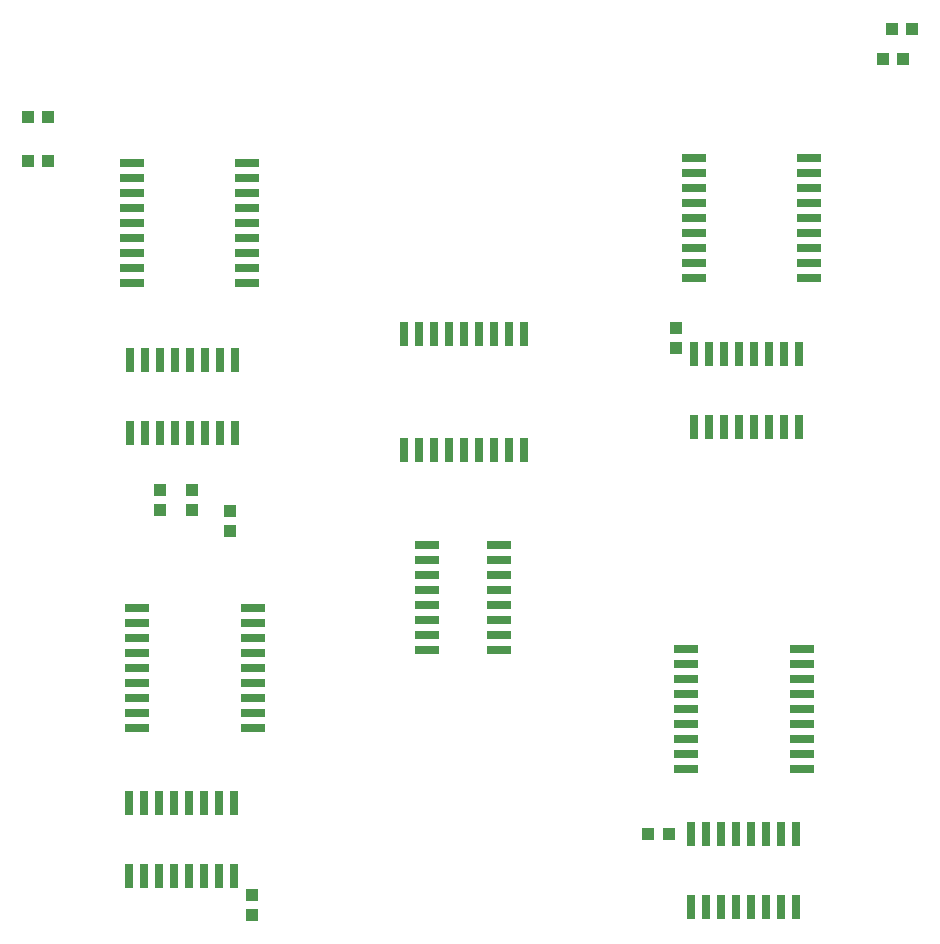
<source format=gtp>
G75*
%MOIN*%
%OFA0B0*%
%FSLAX24Y24*%
%IPPOS*%
%LPD*%
%AMOC8*
5,1,8,0,0,1.08239X$1,22.5*
%
%ADD10R,0.0260X0.0800*%
%ADD11R,0.0800X0.0260*%
%ADD12R,0.0394X0.0433*%
%ADD13R,0.0433X0.0394*%
%ADD14R,0.0425X0.0413*%
%ADD15R,0.0413X0.0425*%
D10*
X012436Y056931D03*
X012936Y056931D03*
X013436Y056931D03*
X013936Y056931D03*
X014436Y056931D03*
X014936Y056931D03*
X015436Y056931D03*
X015936Y056931D03*
X015936Y059351D03*
X015436Y059351D03*
X014936Y059351D03*
X014436Y059351D03*
X013936Y059351D03*
X013436Y059351D03*
X012936Y059351D03*
X012436Y059351D03*
X012455Y071683D03*
X012955Y071683D03*
X013455Y071683D03*
X013955Y071683D03*
X014455Y071683D03*
X014955Y071683D03*
X015455Y071683D03*
X015955Y071683D03*
X015955Y074103D03*
X015455Y074103D03*
X014955Y074103D03*
X014455Y074103D03*
X013955Y074103D03*
X013455Y074103D03*
X012955Y074103D03*
X012455Y074103D03*
X021603Y074989D03*
X022103Y074989D03*
X022603Y074989D03*
X023103Y074989D03*
X023603Y074989D03*
X024103Y074989D03*
X024603Y074989D03*
X025103Y074989D03*
X025603Y074989D03*
X025603Y071129D03*
X025103Y071129D03*
X024603Y071129D03*
X024103Y071129D03*
X023603Y071129D03*
X023103Y071129D03*
X022603Y071129D03*
X022103Y071129D03*
X021603Y071129D03*
X031270Y071900D03*
X031770Y071900D03*
X032270Y071900D03*
X032770Y071900D03*
X033270Y071900D03*
X033770Y071900D03*
X034270Y071900D03*
X034770Y071900D03*
X034770Y074320D03*
X034270Y074320D03*
X033770Y074320D03*
X033270Y074320D03*
X032770Y074320D03*
X032270Y074320D03*
X031770Y074320D03*
X031270Y074320D03*
X031160Y058308D03*
X031660Y058308D03*
X032160Y058308D03*
X032660Y058308D03*
X033160Y058308D03*
X033660Y058308D03*
X034160Y058308D03*
X034660Y058308D03*
X034660Y055888D03*
X034160Y055888D03*
X033660Y055888D03*
X033160Y055888D03*
X032660Y055888D03*
X032160Y055888D03*
X031660Y055888D03*
X031160Y055888D03*
D11*
X030980Y060492D03*
X030980Y060992D03*
X030980Y061492D03*
X030980Y061992D03*
X030980Y062492D03*
X030980Y062992D03*
X030980Y063492D03*
X030980Y063992D03*
X030980Y064492D03*
X034840Y064492D03*
X034840Y063992D03*
X034840Y063492D03*
X034840Y062992D03*
X034840Y062492D03*
X034840Y061992D03*
X034840Y061492D03*
X034840Y060992D03*
X034840Y060492D03*
X035104Y076850D03*
X035104Y077350D03*
X035104Y077850D03*
X035104Y078350D03*
X035104Y078850D03*
X035104Y079350D03*
X035104Y079850D03*
X035104Y080350D03*
X035104Y080850D03*
X031244Y080850D03*
X031244Y080350D03*
X031244Y079850D03*
X031244Y079350D03*
X031244Y078850D03*
X031244Y078350D03*
X031244Y077850D03*
X031244Y077350D03*
X031244Y076850D03*
X024758Y067954D03*
X024758Y067454D03*
X024758Y066954D03*
X024758Y066454D03*
X024758Y065954D03*
X024758Y065454D03*
X024758Y064954D03*
X024758Y064454D03*
X022338Y064454D03*
X022338Y064954D03*
X022338Y065454D03*
X022338Y065954D03*
X022338Y066454D03*
X022338Y066954D03*
X022338Y067454D03*
X022338Y067954D03*
X016564Y065866D03*
X016564Y065366D03*
X016564Y064866D03*
X016564Y064366D03*
X016564Y063866D03*
X016564Y063366D03*
X016564Y062866D03*
X016564Y062366D03*
X016564Y061866D03*
X012704Y061866D03*
X012704Y062366D03*
X012704Y062866D03*
X012704Y063366D03*
X012704Y063866D03*
X012704Y064366D03*
X012704Y064866D03*
X012704Y065366D03*
X012704Y065866D03*
X012508Y076669D03*
X012508Y077169D03*
X012508Y077669D03*
X012508Y078169D03*
X012508Y078669D03*
X012508Y079169D03*
X012508Y079669D03*
X012508Y080169D03*
X012508Y080669D03*
X016368Y080669D03*
X016368Y080169D03*
X016368Y079669D03*
X016368Y079169D03*
X016368Y078669D03*
X016368Y078169D03*
X016368Y077669D03*
X016368Y077169D03*
X016368Y076669D03*
D12*
X009733Y080756D03*
X009064Y080756D03*
X009064Y082212D03*
X009733Y082212D03*
X037568Y084141D03*
X038237Y084141D03*
X038512Y085165D03*
X037843Y085165D03*
D13*
X014516Y069791D03*
X014516Y069122D03*
X013453Y069122D03*
X013453Y069791D03*
D14*
X016524Y055608D03*
X016524Y056297D03*
X015776Y068403D03*
X015776Y069092D03*
X030658Y074506D03*
X030658Y075195D03*
D15*
X030412Y058315D03*
X029723Y058315D03*
M02*

</source>
